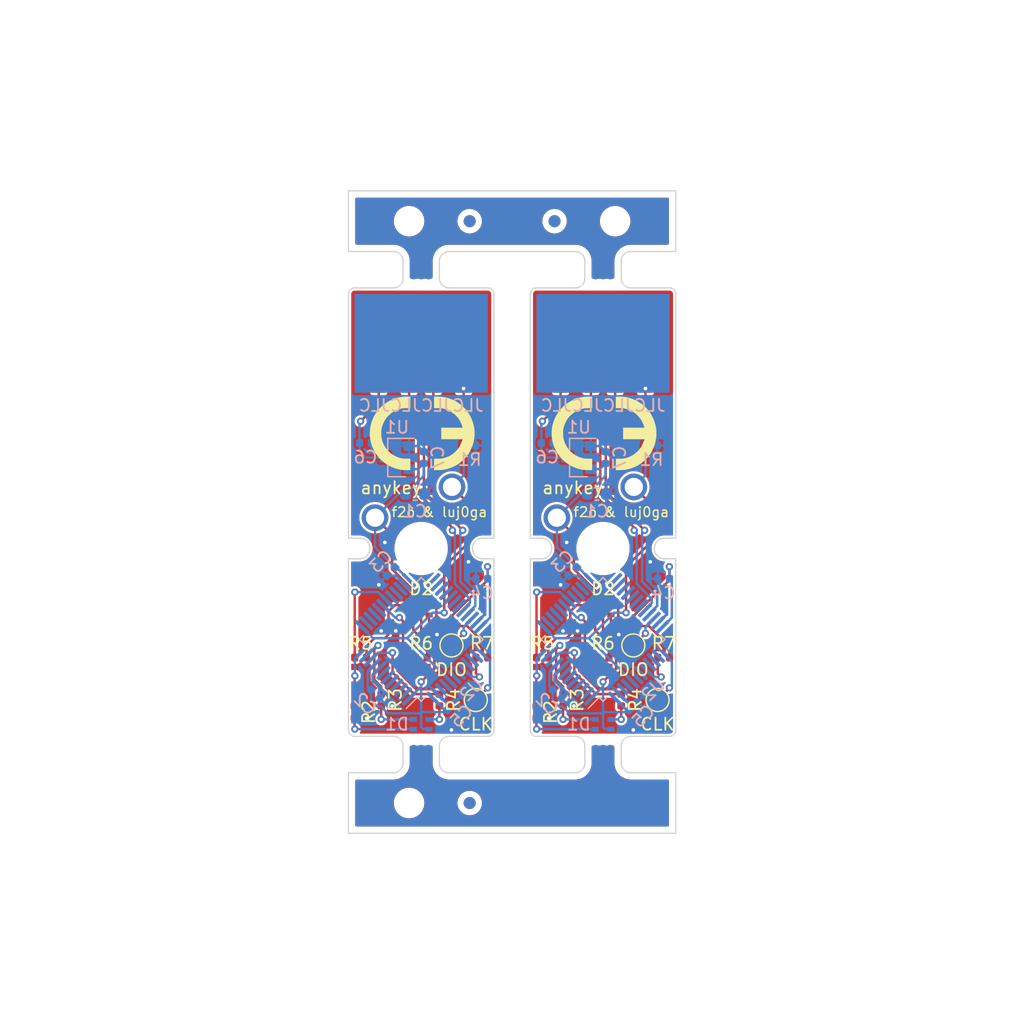
<source format=kicad_pcb>
(kicad_pcb (version 20211014) (generator pcbnew)

  (general
    (thickness 1.6)
  )

  (paper "A4")
  (layers
    (0 "F.Cu" signal)
    (31 "B.Cu" signal)
    (32 "B.Adhes" user "B.Adhesive")
    (33 "F.Adhes" user "F.Adhesive")
    (34 "B.Paste" user)
    (35 "F.Paste" user)
    (36 "B.SilkS" user "B.Silkscreen")
    (37 "F.SilkS" user "F.Silkscreen")
    (38 "B.Mask" user)
    (39 "F.Mask" user)
    (40 "Dwgs.User" user "User.Drawings")
    (41 "Cmts.User" user "User.Comments")
    (42 "Eco1.User" user "User.Eco1")
    (43 "Eco2.User" user "User.Eco2")
    (44 "Edge.Cuts" user)
    (45 "Margin" user)
    (46 "B.CrtYd" user "B.Courtyard")
    (47 "F.CrtYd" user "F.Courtyard")
    (48 "B.Fab" user)
    (49 "F.Fab" user)
  )

  (setup
    (pad_to_mask_clearance 0.05)
    (pcbplotparams
      (layerselection 0x00010fc_ffffffff)
      (disableapertmacros false)
      (usegerberextensions true)
      (usegerberattributes true)
      (usegerberadvancedattributes true)
      (creategerberjobfile false)
      (svguseinch false)
      (svgprecision 6)
      (excludeedgelayer true)
      (plotframeref false)
      (viasonmask false)
      (mode 1)
      (useauxorigin false)
      (hpglpennumber 1)
      (hpglpenspeed 20)
      (hpglpendiameter 15.000000)
      (dxfpolygonmode true)
      (dxfimperialunits true)
      (dxfusepcbnewfont true)
      (psnegative false)
      (psa4output false)
      (plotreference true)
      (plotvalue true)
      (plotinvisibletext false)
      (sketchpadsonfab false)
      (subtractmaskfromsilk true)
      (outputformat 1)
      (mirror false)
      (drillshape 0)
      (scaleselection 1)
      (outputdirectory "../gerber/")
    )
  )

  (net 0 "")
  (net 1 "Board_1-+3V3")
  (net 2 "Board_1-/BTN1")
  (net 3 "Board_1-/D+")
  (net 4 "Board_1-/D-")
  (net 5 "Board_1-/LED1_B")
  (net 6 "Board_1-/LED1_G")
  (net 7 "Board_1-/LED1_R")
  (net 8 "Board_1-/LED2_B")
  (net 9 "Board_1-/LED2_G")
  (net 10 "Board_1-/LED2_R")
  (net 11 "Board_1-/SWCLK")
  (net 12 "Board_1-/SWDIO")
  (net 13 "Board_1-GND")
  (net 14 "Board_1-Net-(D1-Pad1)")
  (net 15 "Board_1-Net-(D1-Pad3)")
  (net 16 "Board_1-Net-(D1-Pad4)")
  (net 17 "Board_1-Net-(D2-Pad1)")
  (net 18 "Board_1-Net-(D2-Pad3)")
  (net 19 "Board_1-Net-(D2-Pad4)")
  (net 20 "Board_1-Net-(U2-Pad14)")
  (net 21 "Board_1-Net-(U2-Pad15)")
  (net 22 "Board_1-Net-(U2-Pad16)")
  (net 23 "Board_1-Net-(U2-Pad17)")
  (net 24 "Board_1-Net-(U2-Pad2)")
  (net 25 "Board_1-Net-(U2-Pad20)")
  (net 26 "Board_1-Net-(U2-Pad21)")
  (net 27 "Board_1-Net-(U2-Pad22)")
  (net 28 "Board_1-Net-(U2-Pad25)")
  (net 29 "Board_1-Net-(U2-Pad26)")
  (net 30 "Board_1-Net-(U2-Pad27)")
  (net 31 "Board_1-Net-(U2-Pad28)")
  (net 32 "Board_1-Net-(U2-Pad29)")
  (net 33 "Board_1-Net-(U2-Pad3)")
  (net 34 "Board_1-Net-(U2-Pad30)")
  (net 35 "Board_1-Net-(U2-Pad31)")
  (net 36 "Board_1-Net-(U2-Pad38)")
  (net 37 "Board_1-Net-(U2-Pad39)")
  (net 38 "Board_1-Net-(U2-Pad4)")
  (net 39 "Board_1-Net-(U2-Pad40)")
  (net 40 "Board_1-Net-(U2-Pad42)")
  (net 41 "Board_1-Net-(U2-Pad43)")
  (net 42 "Board_1-Net-(U2-Pad45)")
  (net 43 "Board_1-Net-(U2-Pad46)")
  (net 44 "Board_1-Net-(U2-Pad5)")
  (net 45 "Board_1-Net-(U2-Pad6)")
  (net 46 "Board_1-Net-(U2-Pad7)")
  (net 47 "Board_1-VBUS")
  (net 48 "Board_2-+3V3")
  (net 49 "Board_2-/BTN1")
  (net 50 "Board_2-/D+")
  (net 51 "Board_2-/D-")
  (net 52 "Board_2-/LED1_B")
  (net 53 "Board_2-/LED1_G")
  (net 54 "Board_2-/LED1_R")
  (net 55 "Board_2-/LED2_B")
  (net 56 "Board_2-/LED2_G")
  (net 57 "Board_2-/LED2_R")
  (net 58 "Board_2-/SWCLK")
  (net 59 "Board_2-/SWDIO")
  (net 60 "Board_2-GND")
  (net 61 "Board_2-Net-(D1-Pad1)")
  (net 62 "Board_2-Net-(D1-Pad3)")
  (net 63 "Board_2-Net-(D1-Pad4)")
  (net 64 "Board_2-Net-(D2-Pad1)")
  (net 65 "Board_2-Net-(D2-Pad3)")
  (net 66 "Board_2-Net-(D2-Pad4)")
  (net 67 "Board_2-Net-(U2-Pad14)")
  (net 68 "Board_2-Net-(U2-Pad15)")
  (net 69 "Board_2-Net-(U2-Pad16)")
  (net 70 "Board_2-Net-(U2-Pad17)")
  (net 71 "Board_2-Net-(U2-Pad2)")
  (net 72 "Board_2-Net-(U2-Pad20)")
  (net 73 "Board_2-Net-(U2-Pad21)")
  (net 74 "Board_2-Net-(U2-Pad22)")
  (net 75 "Board_2-Net-(U2-Pad25)")
  (net 76 "Board_2-Net-(U2-Pad26)")
  (net 77 "Board_2-Net-(U2-Pad27)")
  (net 78 "Board_2-Net-(U2-Pad28)")
  (net 79 "Board_2-Net-(U2-Pad29)")
  (net 80 "Board_2-Net-(U2-Pad3)")
  (net 81 "Board_2-Net-(U2-Pad30)")
  (net 82 "Board_2-Net-(U2-Pad31)")
  (net 83 "Board_2-Net-(U2-Pad38)")
  (net 84 "Board_2-Net-(U2-Pad39)")
  (net 85 "Board_2-Net-(U2-Pad4)")
  (net 86 "Board_2-Net-(U2-Pad40)")
  (net 87 "Board_2-Net-(U2-Pad42)")
  (net 88 "Board_2-Net-(U2-Pad43)")
  (net 89 "Board_2-Net-(U2-Pad45)")
  (net 90 "Board_2-Net-(U2-Pad46)")
  (net 91 "Board_2-Net-(U2-Pad5)")
  (net 92 "Board_2-Net-(U2-Pad6)")
  (net 93 "Board_2-Net-(U2-Pad7)")
  (net 94 "Board_2-VBUS")

  (footprint "anykey:LED_MEIHUA_MHPA1515RGBDT" (layer "F.Cu") (at 56.000001 76.580001 180))

  (footprint "Symbol:CE-Logo_8.5x6mm_SilkScreen" (layer "F.Cu") (at 56.000001 62.000001))

  (footprint "TestPoint:TestPoint_Pad_D1.5mm" (layer "F.Cu") (at 60.500001 84.000001 180))

  (footprint "TestPoint:TestPoint_Pad_D1.5mm" (layer "F.Cu") (at 58.500001 79.500001 180))

  (footprint "Button_Switch_Keyboard:SW_Cherry_MX_1.00u_PCB" (layer "F.Cu") (at 58.540001 66.420001))

  (footprint "Resistor_SMD:R_0402_1005Metric" (layer "F.Cu") (at 61.000001 80.500001))

  (footprint "Resistor_SMD:R_0402_1005Metric" (layer "F.Cu") (at 56.000001 80.500001))

  (footprint "Resistor_SMD:R_0402_1005Metric" (layer "F.Cu") (at 51.000001 80.500001))

  (footprint "Resistor_SMD:R_0402_1005Metric" (layer "F.Cu") (at 57.500001 84.000001 -90))

  (footprint "Resistor_SMD:R_0402_1005Metric" (layer "F.Cu") (at 52.700001 84.000001 -90))

  (footprint "Resistor_SMD:R_0402_1005Metric" (layer "F.Cu") (at 50.500001 85.000001 -90))

  (footprint "anykey:USB_A_Plug_PCB" (layer "F.Cu") (at 56.000001 50.000001))

  (footprint "anykey:LED_MEIHUA_MHPA1515RGBDT" (layer "F.Cu") (at 71.000018 76.580001 180))

  (footprint "Symbol:CE-Logo_8.5x6mm_SilkScreen" (layer "F.Cu") (at 71.000018 62.000001))

  (footprint "TestPoint:TestPoint_Pad_D1.5mm" (layer "F.Cu") (at 75.500018 84.000001 180))

  (footprint "TestPoint:TestPoint_Pad_D1.5mm" (layer "F.Cu") (at 73.500018 79.500001 180))

  (footprint "Button_Switch_Keyboard:SW_Cherry_MX_1.00u_PCB" (layer "F.Cu") (at 73.540018 66.420001))

  (footprint "Resistor_SMD:R_0402_1005Metric" (layer "F.Cu") (at 76.000018 80.500001))

  (footprint "Resistor_SMD:R_0402_1005Metric" (layer "F.Cu") (at 71.000018 80.500001))

  (footprint "Resistor_SMD:R_0402_1005Metric" (layer "F.Cu") (at 66.000018 80.500001))

  (footprint "Resistor_SMD:R_0402_1005Metric" (layer "F.Cu") (at 72.500018 84.000001 -90))

  (footprint "Resistor_SMD:R_0402_1005Metric" (layer "F.Cu") (at 67.700018 84.000001 -90))

  (footprint "Resistor_SMD:R_0402_1005Metric" (layer "F.Cu") (at 65.500018 85.000001 -90))

  (footprint "anykey:USB_A_Plug_PCB" (layer "F.Cu") (at 71.000018 50.000001))

  (footprint "Fiducial" (layer "F.Cu") (at 59.999 44.499))

  (footprint "Fiducial" (layer "F.Cu") (at 67.001018 44.499))

  (footprint "Fiducial" (layer "F.Cu") (at 59.999 92.501017))

  (footprint "NPTH" (layer "F.Cu") (at 54.999 44.499))

  (footprint "NPTH" (layer "F.Cu") (at 72.001018 44.499))

  (footprint "NPTH" (layer "F.Cu") (at 54.999 92.501017))

  (footprint "NPTH" (layer "F.Cu") (at 57.500008 49.899))

  (footprint "NPTH" (layer "F.Cu") (at 56.900008 49.899))

  (footprint "NPTH" (layer "F.Cu") (at 56.300008 49.899))

  (footprint "NPTH" (layer "F.Cu") (at 55.700008 49.899))

  (footprint "NPTH" (layer "F.Cu") (at 55.100008 49.899))

  (footprint "NPTH" (layer "F.Cu") (at 54.500008 49.899))

  (footprint "NPTH" (layer "F.Cu") (at 54.500008 87.101))

  (footprint "NPTH" (layer "F.Cu") (at 55.100008 87.101))

  (footprint "NPTH" (layer "F.Cu") (at 55.700008 87.101))

  (footprint "NPTH" (layer "F.Cu") (at 56.300008 87.101))

  (footprint "NPTH" (layer "F.Cu") (at 56.900008 87.101))

  (footprint "NPTH" (layer "F.Cu") (at 57.500008 87.101))

  (footprint "NPTH" (layer "F.Cu") (at 72.500025 49.899))

  (footprint "NPTH" (layer "F.Cu") (at 71.900025 49.899))

  (footprint "NPTH" (layer "F.Cu") (at 71.300025 49.899))

  (footprint "NPTH" (layer "F.Cu") (at 70.700025 49.899))

  (footprint "NPTH" (layer "F.Cu") (at 70.100025 49.899))

  (footprint "NPTH" (layer "F.Cu") (at 69.500025 49.899))

  (footprint "NPTH" (layer "F.Cu") (at 69.500025 87.101))

  (footprint "NPTH" (layer "F.Cu") (at 70.100025 87.101))

  (footprint "NPTH" (layer "F.Cu") (at 70.700025 87.101))

  (footprint "NPTH" (layer "F.Cu") (at 71.300025 87.101))

  (footprint "NPTH" (layer "F.Cu") (at 71.900025 87.101))

  (footprint "NPTH" (layer "F.Cu") (at 72.500025 87.101))

  (footprint "anykey:LED_MEIHUA_MHPA1515RGBDT" (layer "B.Cu") (at 56.000001 86.000001 180))

  (footprint "Capacitor_SMD:C_0402_1005Metric" (layer "B.Cu") (at 61.000001 74.000001 180))

  (footprint "Capacitor_SMD:C_0402_1005Metric" (layer "B.Cu") (at 51.400001 62.800001))

  (footprint "Package_QFP:LQFP-48_7x7mm_P0.5mm" (layer "B.Cu") (at 56.000001 79.000001 45))

  (footprint "Package_TO_SOT_SMD:SOT-23" (layer "B.Cu") (at 54.000001 64.000001 180))

  (footprint "Resistor_SMD:R_0402_1005Metric" (layer "B.Cu") (at 60.000001 63.000001))

  (footprint "Capacitor_SMD:C_0402_1005Metric" (layer "B.Cu") (at 56.200001 64.000001 90))

  (footprint "Capacitor_SMD:C_0402_1005Metric" (layer "B.Cu") (at 58.500001 84.500001 45))

  (footprint "Capacitor_SMD:C_0402_1005Metric" (layer "B.Cu") (at 53.500001 73.400001 -135))

  (footprint "Capacitor_SMD:C_0402_1005Metric" (layer "B.Cu") (at 52.200001 83.500001 -45))

  (footprint "Capacitor_SMD:C_0603_1608Metric" (layer "B.Cu") (at 55.500001 67.000001))

  (footprint "anykey:LED_MEIHUA_MHPA1515RGBDT" (layer "B.Cu") (at 71.000018 86.000001 180))

  (footprint "Capacitor_SMD:C_0402_1005Metric" (layer "B.Cu") (at 76.000018 74.000001 180))

  (footprint "Capacitor_SMD:C_0402_1005Metric" (layer "B.Cu") (at 66.400018 62.800001))

  (footprint "Package_QFP:LQFP-48_7x7mm_P0.5mm" (layer "B.Cu") (at 71.000018 79.000001 45))

  (footprint "Package_TO_SOT_SMD:SOT-23" (layer "B.Cu") (at 69.000018 64.000001 180))

  (footprint "Resistor_SMD:R_0402_1005Metric" (layer "B.Cu") (at 75.000018 63.000001))

  (footprint "Capacitor_SMD:C_0402_1005Metric" (layer "B.Cu") (at 71.200018 64.000001 90))

  (footprint "Capacitor_SMD:C_0402_1005Metric" (layer "B.Cu") (at 73.500018 84.500001 45))

  (footprint "Capacitor_SMD:C_0402_1005Metric" (layer "B.Cu") (at 68.500018 73.400001 -135))

  (footprint "Capacitor_SMD:C_0402_1005Metric" (layer "B.Cu") (at 67.200018 83.500001 -45))

  (footprint "Capacitor_SMD:C_0603_1608Metric" (layer "B.Cu") (at 70.500018 67.000001))

  (footprint "Fiducial" (layer "B.Cu") (at 59.999 44.499))

  (footprint "Fiducial" (layer "B.Cu") (at 67.001018 44.499))

  (footprint "Fiducial" (layer "B.Cu") (at 59.999 92.501017))

  (gr_line (start 105.500109 27.500031) (end 105.500109 37.500031) (layer "B.Paste") (width 0.5) (tstamp 01422660-08c8-48f3-98ca-26cbe7f98f5b))
  (gr_arc (start 94.500109 110.500031) (mid 94.146556 110.353584) (end 94.000109 110.000031) (layer "B.Paste") (width 0.5) (tstamp 08fa8ff6-09a7-484c-b1d9-0e3b7c49bb26))
  (gr_arc (start 22.000109 62.000031) (mid 21.646556 61.853584) (end 21.500109 61.500031) (layer "B.Paste") (width 0.5) (tstamp 0a2d185c-629f-461f-8b6b-f91f1894e6ba))
  (gr_arc (start 105.500109 61.500031) (mid 105.353662 61.853584) (end 105.000109 62.000031) (layer "B.Paste") (width 0.5) (tstamp 0a52fedd-967a-423d-aaaf-3875f20f935b))
  (gr_arc (start 21.500109 39.500031) (mid 21.646556 39.146478) (end 22.000109 39.000031) (layer "B.Paste") (width 0.5) (tstamp 0dcb5ab5-f291-489d-b2bc-0f0b25b801ee))
  (gr_arc (start 21.500109 75.500031) (mid 21.646556 75.146478) (end 22.000109 75.000031) (layer "B.Paste") (width 0.5) (tstamp 0e1c6bbc-4cc4-4ce9-b48a-8292bb286da8))
  (gr_circle (center 24.750109 107.250031) (end 25.275109 107.250031) (layer "B.Paste") (width 1.05) (fill none) (tstamp 10e5ae6d-e43e-4ff8-abc5-fd9df16782da))
  (gr_arc (start 82.500109 110.500031) (mid 82.146556 110.353584) (end 82.000109 110.000031) (layer "B.Paste") (width 0.5) (tstamp 12481f4a-71b0-43a4-a69b-bc048ed999f0))
  (gr_line (start 105.500109 51.500031) (end 105.500109 61.500031) (layer "B.Paste") (width 0.5) (tstamp 17adff9d-c581-42e4-b552-035b922b5256))
  (gr_arc (start 105.000109 75.000031) (mid 105.353662 75.146478) (end 105.500109 75.500031) (layer "B.Paste") (width 0.5) (tstamp 1843d2c0-629c-44e7-8460-03ced60a2111))
  (gr_line (start 21.500109 63.500031) (end 21.500109 73.500031) (layer "B.Paste") (width 0.5) (tstamp 199ade13-7442-4da9-8eea-a8e7681e2aee))
  (gr_line (start 105.500109 87.500031) (end 105.500109 97.500031) (layer "B.Paste") (width 0.5) (tstamp 19d6a411-8997-491d-aace-09fdbc63404d))
  (gr_line (start 105.500109 75.500031) (end 105.500109 85.500031) (layer "B.Paste") (width 0.5) (tstamp 1a9f0d73-6986-450b-8da5-dca8d718cd0d))
  (gr_line (start 21.500109 99.500031) (end 21.500109 109.500031) (layer "B.Paste") (width 0.5) (tstamp 218a2487-4406-4830-b6ad-8a4182eda4f4))
  (gr_circle (center 102.250109 29.750031) (end 102.775109 29.750031) (layer "B.Paste") (width 1.05) (fill none) (tstamp 28f921ab-5f55-47f8-b726-02e567145cd5))
  (gr_line (start 22.500109 26.500031) (end 32.500109 26.500031) (layer "B.Paste") (width 0.5) (tstamp 2a756062-4e0c-4114-bc6d-4d6635f2d703))
  (gr_arc (start 22.000109 50.000031) (mid 21.646556 49.853584) (end 21.500109 49.500031) (layer "B.Paste") (width 0.5) (tstamp 30b75c25-1d2c-45e7-83e2-bb3be98f8f83))
  (gr_line (start 94.500109 110.500031) (end 104.500109 110.500031) (layer "B.Paste") (width 0.5) (tstamp 321eb03e-d5d7-4c98-9326-4c49d56670ae))
  (gr_arc (start 44.500109 26.500031) (mid 44.853662 26.646478) (end 45.000109 27.000031) (layer "B.Paste") (width 0.5) (tstamp 35506831-8c22-45ab-9b57-69eb0f9ef003))
  (gr_arc (start 33.000109 110.000031) (mid 32.853662 110.353584) (end 32.500109 110.500031) (layer "B.Paste") (width 0.5) (tstamp 373b5b59-9fbb-41a2-845d-56a1ed5a82dd))
  (gr_arc (start 81.000109 110.000031) (mid 80.853662 110.353584) (end 80.500109 110.500031) (layer "B.Paste") (width 0.5) (tstamp 39125f99-6caa-4e69-9ae5-ca3bd6e3a49c))
  (gr_line (start 21.500109 51.500031) (end 21.500109 61.500031) (layer "B.Paste") (width 0.5) (tstamp 414a1d4c-7afc-4ffa-8579-88675cedc4ce))
  (gr_circle (center 24.750109 29.750031) (end 25.275109 29.750031) (layer "B.Paste") (width 1.05) (fill none) (tstamp 4223805d-8db1-4df1-b73a-3d99f37f1701))
  (gr_circle (center 102.250109 87.875031) (end 102.750109 87.875031) (layer "B.Paste") (width 1) (fill none) (tstamp 4263a0e8-33fc-439f-9b56-889a4f5d7b26))
  (gr_line (start 105.500109 39.500031) (end 105.500109 49.500031) (layer "B.Paste") (width 0.5) (tstamp 44cd273f-f3a1-4b9a-83a6-972b276409e1))
  (gr_arc (start 46.000109 27.000031) (mid 46.146556 26.646478) (end 46.500109 26.500031) (layer "B.Paste") (width 0.5) (tstamp 47a2dd37-ad02-4281-9a66-8ff7ab400570))
  (gr_line (start 105.500109 63.500031) (end 105.500109 73.500031) (layer "B.Paste") (width 0.5) (tstamp 48a8c1f5-4bcb-4560-9762-44aaefee4419))
  (gr_line (start 34.500109 26.500031) (end 44.500109 26.500031) (layer "B.Paste") (width 0.5) (tstamp 4de018aa-33f9-4679-9406-fafd70ff0142))
  (gr_arc (start 58.000109 27.000031) (mid 58.146556 26.646478) (end 58.500109 26.500031) (layer "B.Paste") (width 0.5) (tstamp 504cb9e4-5572-4208-bc9d-30a7efff8b9a))
  (gr_arc (start 82.000109 27.000031) (mid 82.146556 26.646478) (end 82.500109 26.500031) (layer "B.Paste") (width 0.5) (tstamp 544c9ad7-a0b6-4f88-9dcd-908e3e2acf79))
  (gr_arc (start 105.000109 99.000031) (mid 105.353662 99.146478) (end 105.500109 99.500031) (layer "B.Paste") (width 0.5) (tstamp 55b28997-b330-40d1-b32a-125cd071668d))
  (gr_arc (start 105.000109 51.000031) (mid 105.353662 51.146478) (end 105.500109 51.500031) (layer "B.Paste") (width 0.5) (tstamp 5684e95c-6824-46cf-8e72-881178a51d31))
  (gr_arc (start 80.500109 26.500031) (mid 80.853662 26.646478) (end 81.000109 27.000031) (layer "B.Paste") (width 0.5) (tstamp 56dc9d1a-d125-4218-be7e-afbadad9f13c))
  (gr_arc (start 56.500109 26.500031) (mid 56.853662 26.646478) (end 57.000109 27.000031) (layer "B.Paste") (width 0.5) (tstamp 5a67196f-9472-4a8d-961f-eac8ec999d85))
  (gr_circle (center 44.125109 107.250031) (end 44.625109 107.250031) (layer "B.Paste") (width 1) (fill none) (tstamp 5aa1c642-a9f0-4211-8572-3a7e8453422e))
  (gr_arc (start 92.500109 26.500031) (mid 92.853662 26.646478) (end 93.000109 27.000031) (layer "B.Paste") (width 0.5) (tstamp 5c9202d7-6a93-43b3-87c0-77347fd72885))
  (gr_arc (start 105.000109 63.000031) (mid 105.353662 63.146478) (end 105.500109 63.500031) (layer "B.Paste") (width 0.5) (tstamp 5da0928a-9939-439c-bcbe-74de097058a8))
  (gr_arc (start 105.000109 39.000031) (mid 105.353662 39.146478) (end 105.500109 39.500031) (layer "B.Paste") (width 0.5) (tstamp 5daf2c3c-7702-4a59-b99d-84464c054bc4))
  (gr_arc (start 93.000109 110.000031) (mid 92.853662 110.353584) (end 92.500109 110.500031) (layer "B.Paste") (width 0.5) (tstamp 604495b3-3885-49af-8442-bcf3d7361dc4))
  (gr_arc (start 105.000109 87.000031) (mid 105.353662 87.146478) (end 105.500109 87.500031) (layer "B.Paste") (width 0.5) (tstamp 60ca4740-3009-4486-93d6-c2502818122b))
  (gr_line (start 82.500109 110.500031) (end 92.500109 110.500031) (layer "B.Paste") (width 0.5) (tstamp 628f0a9f-12ce-4a6a-8ea2-8c2cdfc4161e))
  (gr_line (start 46.500109 26.500031) (end 56.500109 26.500031) (layer "B.Paste") (width 0.5) (tstamp 63ace593-9960-4666-bb08-47e6f085cee8))
  (gr_arc (start 104.500109 26.500031) (mid 105.207216 26.792924) (end 105.500109 27.500031) (layer "B.Paste") (width 0.5) (tstamp 65d0582b-c8a1-45a8-a0e9-e797f01caa63))
  (gr_line (start 21.500109 27.500031) (end 21.500109 37.500031) (layer "B.Paste") (width 0.5) (tstamp 65e58d89-f213-4051-b36b-7b3454867ad5))
  (gr_circle (center 24.750109 49.125031) (end 25.250109 49.125031) (layer "B.Paste") (width 1) (fill none) (tstamp 6dc32d24-5ef0-4c0e-ad26-4d147b147b28))
  (gr_arc (start 105.500109 109.500031) (mid 105.207216 110.207138) (end 104.500109 110.500031) (layer "B.Paste") (width 0.5) (tstamp 6e24aa9b-c7e6-40f2-905b-b9c541e0e2f6))
  (gr_line (start 94.500109 26.500031) (end 104.500109 26.500031) (layer "B.Paste") (width 0.5) (tstamp 6f13bfbf-7f19-4b33-9de2-b8c15c8c88ee))
  (gr_line (start 105.500109 99.500031) (end 105.500109 109.500031) (layer "B.Paste") (width 0.5) (tstamp 6fff55eb-076f-4a2f-86d3-091fcb2366e9))
  (gr_arc (start 58.500109 110.500031) (mid 58.146556 110.353584) (end 58.000109 110.000031) (layer "B.Paste") (width 0.5) (tstamp 72e9c34a-4fbc-4581-8ad2-e93bc3c3ccb0))
  (gr_line (start 21.500109 39.500031) (end 21.500109 49.500031) (layer "B.Paste") (width 0.5) (tstamp 7410568a-af90-4a4e-a67d-5fd1863e0d95))
  (gr_arc (start 32.500109 26.500031) (mid 32.853662 26.646478) (end 33.000109 27.000031) (layer "B.Paste") (width 0.5) (tstamp 758f4e53-9507-488a-960b-2e8e487b7ac8))
  (gr_arc (start 105.500109 85.500031) (mid 105.353662 85.853584) (end 105.000109 86.000031) (layer "B.Paste") (width 0.5) (tstamp 79bd7607-8381-4bff-b61a-a2c7ffa05fe5))
  (gr_arc (start 45.000109 110.000031) (mid 44.853662 110.353584) (end 44.500109 110.500031) (layer "B.Paste") (width 0.5) (tstamp 8162f841-188b-4932-8603-536d516e6ca1))
  (gr_circle (center 102.250109 68.500031) (end 102.750109 68.500031) (layer "B.Paste") (width 1) (fill none) (tstamp 856c0384-2dfc-47d2-a66c-a145c3149f14))
  (gr_circle (center 63.500109 107.250031) (end 64.000109 107.250031) (layer "B.Paste") (width 1) (fill none) (tstamp 88e4f832-79d6-4c54-9ce3-4328dcb9d5b5))
  (gr_arc (start 22.500109 110.500031) (mid 21.793002 110.207138) (end 21.500109 109.500031) (layer "B.Paste") (width 0.5) (tstamp 88f2670e-1113-4ed9-b644-cfdac6e8b249))
  (gr_circle (center 82.875109 107.250031) (end 83.375109 107.250031) (layer "B.Paste") (width 1) (fill none) (tstamp 899a4caf-0563-4c2a-9bca-5aa28747ef75))
  (gr_line (start 82.500109 26.500031) (end 92.500109 26.500031) (layer "B.Paste") (width 0.5) (tstamp 8aab4608-39e8-491a-83a8-7194f36094f1))
  (gr_arc (start 21.500109 51.500031) (mid 21.646556 51.146478) (end 22.000109 51.000031) (layer "B.Paste") (width 0.5) (tstamp 8e6e5f4d-6567-459b-ac23-dfc1d101e708))
  (gr_arc (start 94.000109 27.000031) (mid 94.146556 26.646478) (end 94.500109 26.500031) (layer "B.Paste") (width 0.5) (tstamp 9959c68a-7d2a-4f14-b245-3548992673f3))
  (gr_arc (start 105.500109 97.500031) (mid 105.353662 97.853584) (end 105.000109 98.000031) (layer "B.Paste") (width 0.5) (tstamp 9cdaf74c-bd9d-4293-9612-c30a4bca9a30))
  (gr_arc (start 22.000109 38.000031) (mid 21.646556 37.853584) (end 21.500109 37.500031) (layer "B.Paste") (width 0.5) (tstamp 9d541d6f-313d-4469-a000-68242c1dd6d6))
  (gr_line (start 46.500109 110.500031) (end 56.500109 110.500031) (layer "B.Paste") (width 0.5) (tstamp a1b97586-5ccb-4d4b-808f-ce5452376c86))
  (gr_line (start 58.500109 26.500031) (end 68.500109 26.500031) (layer "B.Paste") (width 0.5) (tstamp a6187c22-3622-4a1a-a49a-b21e96986f96))
  (gr_arc (start 70.000109 27.000031) (mid 70.146556 26.646478) (end 70.500109 26.500031) (layer "B.Paste") (width 0.5) (tstamp af66589f-0dae-4737-851f-f8cddd35005b))
  (gr_circle (center 24.750109 68.500031) (end 25.250109 68.500031) (layer "B.Paste") (width 1) (fill none) (tstamp b285d77c-3eef-4763-b6e4-d7759b529dfd))
  (gr_line (start 70.500109 26.500031) (end 80.500109 26.500031) (layer "B.Paste") (width 0.5) (tstamp b42a4498-7f71-4787-a0f1-b44423616ac9))
  (gr_arc (start 22.000109 74.000031) (mid 21.646556 73.853584) (end 21.500109 73.500031) (layer "B.Paste") (width 0.5) (tstamp b4856fa9-d711-4b3f-8ccf-343375c62dce))
  (gr_circle (center 102.250109 49.125031) (end 102.750109 49.125031) (layer "B.Paste") (width 1) (fill none) (tstamp b70f4be0-be81-40f1-b237-a16be3740211))
  (gr_arc (start 21.500109 87.500031) (mid 21.646556 87.146478) (end 22.000109 87.000031) (layer "B.Paste") (width 0.5) (tstamp b7496a40-6116-4192-b413-2a22be4b5f9f))
  (gr_arc (start 21.500109 63.500031) (mid 21.646556 63.146478) (end 22.000109 63.000031) (layer "B.Paste") (width 0.5) (tstamp b8381d48-3c5b-401b-ac19-279d8173864c))
  (gr_arc (start 105.500109 37.500031) (mid 105.353662 37.853584) (end 105.000109 38.000031) (layer "B.Paste") (width 0.5) (tstamp baaf14d0-0c5c-4bf0-82d7-5ee71082500d))
  (gr_arc (start 105.500109 73.500031) (mid 105.353662 73.853584) (end 105.000109 74.000031) (layer "B.Paste") (width 0.5) (tstamp bca99a8e-598f-436a-9158-7a050d1f7ca4))
  (gr_line (start 21.500109 87.500031) (end 21.500109 97.500031) (layer "B.Paste") (width 0.5) (tstamp c0e13d91-53b7-4de6-8d61-7c13732113b8))
  (gr_arc (start 22.000109 86.000031) (mid 21.646556 85.853584) (end 21.500109 85.500031) (layer "B.Paste") (width 0.5) (tstamp cad44c02-7fd2-4e9a-b93a-e1b73d6a3ee6))
  (gr_circle (center 82.875109 29.750031) (end 83.375109 29.750031) (layer "B.Paste") (width 1) (fill none) (tstamp d27bd75e-eeb9-4d8b-bfdb-bddce4b94b6c))
  (gr_circle (center 63.500109 29.750031) (end 64.000109 29.750031) (layer "B.Paste") (width 1) (fill none) (tstamp d40f18db-c543-4c22-a8b0-72b9c9e5ae8b))
  (gr_arc (start 46.500109 110.500031) (mid 46.146556 110.353584) (end 46.000109 110.000031) (layer "B.Paste") (width 0.5) (tstamp d5eb7c6e-b098-49b0-b366-c8b7c67afed0))
  (gr_circle (center 44.125109 29.750031) (end 44.625109 29.750031) (layer "B.Paste") (width 1) (fill none) (tstamp d97f24b8-3f5c-4536-a071-0786594f3ffe))
  (gr_arc (start 21.500109 99.500031) (mid 21.646556 99.146478) (end 22.000109 99.000031) (layer "B.Paste") (width 0.5) (tstamp da37a168-b259-4f98-9030-90f2f5ac962a))
  (gr_arc (start 57.000109 110.000031) (mid 56.853662 110.353584) (end 56.500109 110.500031) (layer "B.Paste") (width 0.5) (tstamp e1df8cea-32a4-457d-86df-d8e326022a52))
  (gr_arc (start 105.500109 49.500031) (mid 105.353662 49.853584) (end 105.000109 50.000031) (layer "B.Paste") (width 0.5) (tstamp e47d9cf3-579e-4750-bc6d-bf58b55862bb))
  (gr_circle (center 24.750109 87.875031) (end 25.250109 87.875031) (layer "B.Paste") (width 1) (fill none) (tstamp e4d0483b-1c21-4fb6-87dd-47e636746c0e))
  (gr_line (start 34.500109 110.500031) (end 44.500109 110.500031) (layer "B.Paste") (width 0.5) (tstamp e6b8e749-dce0-4716-821f-058d77eed5ce))
  (gr_circle (center 102.250109 107.250031) (end 102.775109 107.250031) (layer "B.Paste") (width 1.05) (fill none) (tstamp e89e5b16-554a-4d97-8f95-fc89c9b40d74))
  (gr_arc (start 69.000109 110.000031) (mid 68.853662 110.353584) (end 68.500109 110.500031) (layer "B.Paste") (width 0.5) (tstamp e9597133-3d67-41f8-aabc-5b61d8d3c3c1))
  (gr_arc (start 21.500109 27.500031) (mid 21.793002 26.792924) (end 22.500109 26.500031) (layer "B.Paste") (width 0.5) (tstamp e978c208-72f4-4c78-b109-bcb5e56d4024))
  (gr_line (start 70.500109 110.500031) (end 80.500109 110.500031) (layer "B.Paste") (width 0.5) (tstamp ea020aa6-c820-47b1-bdf7-82790dcca121))
  (gr_arc (start 34.000109 27.000031) (mid 34.146556 26.646478) (end 34.500109 26.500031) (layer "B.Paste") (width 0.5) (tstamp eca8c1f1-6751-4304-8a65-b05952048507))
  (gr_line (start 58.500109 110.500031) (end 68.500109 110.500031) (layer "B.Paste") (width 0.5) (tstamp f0e6fae4-0008-43ed-8719-bf62839f601f))
  (gr_line (start 21.500109 75.500031) (end 21.500109 85.500031) (layer "B.Paste") (width 0.5) (tstamp f0f3907b-44e3-4106-9f24-d8ce836b6bb0))
  (gr_arc (start 22.000109 98.000031) (mid 21.646556 97.853584) (end 21.500109 97.500031) (layer "B.Paste") (width 0.5) (tstamp f45c8190-2f27-434c-8fbf-7d8a911faaab))
  (gr_arc (start 70.500109 110.500031) (mid 70.146556 110.353584) (end 70.000109 110.000031) (layer "B.Paste") (width 0.5) (tstamp f753d3ee-689c-4dd5-a288-b018ad927185))
  (gr_arc (start 34.500109 110.500031) (mid 34.146556 110.353584) (end 34.000109 110.000031) (layer "B.Paste") (width 0.5) (tstamp fad358eb-4b7a-4138-896b-0d1749221b0d))
  (gr_arc (start 68.500109 26.500031) (mid 68.853662 26.646478) (end 69.000109 27.000031) (layer "B.Paste") (width 0.5) (tstamp fda94f0a-876e-4bf0-ad10-35819851e3e9))
  (gr_line (start 22.500109 110.500031) (end 32.500109 110.500031) (layer "B.Paste") (width 0.5) (tstamp fea6a04b-4bfd-450f-890a-ba5d162e31d9))
  (gr_line (start 105.500109 27.500031) (end 105.500109 37.500031) (layer "F.Paste") (width 0.5) (tstamp 01422660-08c8-48f3-98ca-26cbe7f98f5b))
  (gr_arc (start 94.500109 110.500031) (mid 94.146556 110.353584) (end 94.000109 110.000031) (layer "F.Paste") (width 0.5) (tstamp 08fa8ff6-09a7-484c-b1d9-0e3b7c49bb26))
  (gr_arc (start 22.000109 62.000031) (mid 21.646556 61.853584) (end 21.500109 61.500031) (layer "F.Paste") (width 0.5) (tstamp 0a2d185c-629f-461f-8b6b-f91f1894e6ba))
  (gr_arc (start 105.500109 61.500031) (mid 105.353662 61.853584) (end 105.000109 62.000031) (layer "F.Paste") (width 0.5) (tstamp 0a52fedd-967a-423d-aaaf-3875f20f935b))
  (gr_arc (start 21.500109 39.500031) (mid 21.646556 39.146478) (end 22.000109 39.000031) (layer "F.Paste") (width 0.5) (tstamp 0dcb5ab5-f291-489d-b2bc-0f0b25b801ee))
  (gr_arc (start 21.500109 75.500031) (mid 21.646556 75.146478) (end 22.000109 75.000031) (layer "F.Paste") (width 0.5) (tstamp 0e1c6bbc-4cc4-4ce9-b48a-8292bb286da8))
  (gr_circle (center 24.750109 107.250031) (end 25.275109 107.250031) (layer "F.Paste") (width 1.05) (fill none) (tstamp 10e5ae6d-e43e-4ff8-abc5-fd9df16782da))
  (gr_arc (start 82.500109 110.500031) (mid 82.146556 110.353584) (end 82.000109 110.000031) (layer "F.Paste") (width 0.5) (tstamp 12481f4a-71b0-43a4-a69b-bc048ed999f0))
  (gr_line (start 105.500109 51.500031) (end 105.500109 61.500031) (layer "F.Paste") (width 0.5) (tstamp 17adff9d-c581-42e4-b552-035b922b5256))
  (gr_arc (start 105.000109 75.000031) (mid 105.353662 75.146478) (end 105.500109 75.500031) (layer "F.Paste") (width 0.5) (tstamp 1843d2c0-629c-44e7-8460-03ced60a2111))
  (gr_line (start 21.500109 63.500031) (end 21.500109 73.500031) (layer "F.Paste") (width 0.5) (tstamp 199ade13-7442-4da9-8eea-a8e7681e2aee))
  (gr_line (start 105.500109 87.500031) (end 105.500109 97.500031) (layer "F.Paste") (width 0.5) (tstamp 19d6a411-8997-491d-aace-09fdbc63404d))
  (gr_line (start 105.500109 75.500031) (end 105.500109 85.500031) (layer "F.Paste") (width 0.5) (tstamp 1a9f0d73-6986-450b-8da5-dca8d718cd0d))
  (gr_line (start 21.500109 99.500031) (end 21.500109 109.500031) (layer "F.Paste") (width 0.5) (tstamp 218a2487-4406-4830-b6ad-8a4182eda4f4))
  (gr_circle (center 102.250109 29.750031) (end 102.775109 29.750031) (layer "F.Paste") (width 1.05) (fill none) (tstamp 28f921ab-5f55-47f8-b726-02e567145cd5))
  (gr_line (start 22.500109 26.500031) (end 32.500109 26.500031) (layer "F.Paste") (width 0.5) (tstamp 2a756062-4e0c-4114-bc6d-4d6635f2d703))
  (gr_arc (start 22.000109 50.000031) (mid 21.646556 49.853584) (end 21.500109 49.500031) (layer "F.Paste") (width 0.5) (tstamp 30b75c25-1d2c-45e7-83e2-bb3be98f8f83))
  (gr_line (start 94.500109 110.500031) (end 104.500109 110.500031) (layer "F.Paste") (width 0.5) (tstamp 321eb03e-d5d7-4c98-9326-4c49d56670ae))
  (gr_arc (start 44.500109 26.500031) (mid 44.853662 26.646478) (end 45.000109 27.000031) (layer "F.Paste") (width 0.5) (tstamp 35506831-8c22-45ab-9b57-69eb0f9ef003))
  (gr_arc (start 33.000109 110.000031) (mid 32.853662 110.353584) (end 32.500109 110.500031) (layer "F.Paste") (width 0.5) (tstamp 373b5b59-9fbb-41a2-845d-56a1ed5a82dd))
  (gr_arc (start 81.000109 110.000031) (mid 80.853662 110.353584) (end 80.500109 110.500031) (layer "F.Paste") (width 0.5) (tstamp 39125f99-6caa-4e69-9ae5-ca3bd6e3a49c))
  (gr_line (start 21.500109 51.500031) (end 21.500109 61.500031) (layer "F.Paste") (width 0.5) (tstamp 414a1d4c-7afc-4ffa-8579-88675cedc4ce))
  (gr_circle (center 24.750109 29.750031) (end 25.275109 29.750031) (layer "F.Paste") (width 1.05) (fill none) (tstamp 4223805d-8db1-4df1-b73a-3d99f37f1701))
  (gr_circle (center 102.250109 87.875031) (end 102.750109 87.875031) (layer "F.Paste") (width 1) (fill none) (tstamp 4263a0e8-33fc-439f-9b56-889a4f5d7b26))
  (gr_line (start 105.500109 39.500031) (end 105.500109 49.500031) (layer "F.Paste") (width 0.5) (tstamp 44cd273f-f3a1-4b9a-83a6-972b276409e1))
  (gr_arc (start 46.000109 27.000031) (mid 46.146556 26.646478) (end 46.500109 26.500031) (layer "F.Paste") (width 0.5) (tstamp 47a2dd37-ad02-4281-9a66-8ff7ab400570))
  (gr_line (start 105.500109 63.500031) (end 105.500109 73.500031) (layer "F.Paste") (width 0.5) (tstamp 48a8c1f5-4bcb-4560-9762-44aaefee4419))
  (gr_line (start 34.500109 26.500031) (end 44.500109 26.500031) (layer "F.Paste") (width 0.5) (tstamp 4de018aa-33f9-4679-9406-fafd70ff0142))
  (gr_arc (start 58.000109 27.000031) (mid 58.146556 26.646478) (end 58.500109 26.500031) (layer "F.Paste") (width 0.5) (tstamp 504cb9e4-5572-4208-bc9d-30a7efff8b9a))
  (gr_arc (start 82.000109 27.000031) (mid 82.146556 26.646478) (end 82.500109 26.500031) (layer "F.Paste") (width 0.5) (tstamp 544c9ad7-a0b6-4f88-9dcd-908e3e2acf79))
  (gr_arc (start 105.000109 99.000031) (mid 105.353662 99.146478) (end 105.500109 99.500031) (layer "F.Paste") (width 0.5) (tstamp 55b28997-b330-40d1-b32a-125cd071668d))
  (gr_arc (start 105.000109 51.000031) (mid 105.353662 51.146478) (end 105.500109 51.500031) (layer "F.Paste") (width 0.5) (tstamp 5684e95c-6824-46cf-8e72-881178a51d31))
  (gr_arc (start 80.500109 26.500031) (mid 80.853662 26.646478) (end 81.000109 27.000031) (layer "F.Paste") (width 0.5) (tstamp 56dc9d1a-d125-4218-be7e-afbadad9f13c))
  (gr_arc (start 56.500109 26.500031) (mid 56.853662 26.646478) (end 57.000109 27.000031) (layer "F.Paste") (width 0.5) (tstamp 5a67196f-9472-4a8d-961f-eac8ec999d85))
  (gr_circle (center 44.125109 107.250031) (end 44.625109 107.250031) (layer "F.Paste") (width 1) (fill none) (tstamp 5aa1c642-a9f0-4211-8572-3a7e8453422e))
  (gr_arc (start 92.500109 26.500031) (mid 92.853662 26.646478) (end 93.00
... [539451 chars truncated]
</source>
